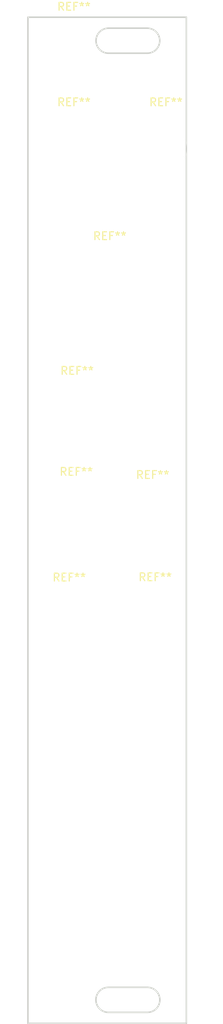
<source format=kicad_pcb>
(kicad_pcb (version 20241229) (generator "pcbnew") (generator_version "9.0")
  (layers (0 "F.Cu" signal) (2 "B.Cu" signal) (13 "F.Paste" user) (15 "B.Paste" user) (5 "F.SilkS" user "F.Silkscreen") (7 "B.SilkS" user "B.Silkscreen") (1 "F.Mask" user) (3 "B.Mask" user) (25 "Edge.Cuts" user))
  (net 0 "")
  (footprint "MountingHole:MountingHole_3.7mm" (layer "F.Cu") (at 166 94.6)
    (property "Reference" "REF**" (at 0 -4.65 0) (layer "F.SilkS"))
    (property "Value" "MountingHole_3.7mm")
    (pad "" np_thru_hole circle (at 0 0) (size 3.7 3.7) (drill 3.7) (layers "*.Cu" "*.Mask"))
  )
  (footprint "drichert:MountingHole_7.2mm" (layer "F.Cu") (at 160.5 65.4)
    (property "Reference" "REF**" (at 0 -5.95 0) (layer "F.SilkS"))
    (property "Value" "MountingHole_7.2mm")
    (pad "" np_thru_hole circle (at 0 0) (size 5 5) (drill 7.2) (layers "*.Cu" "*.Mask"))
  )
  (footprint "MountingHole:MountingHole_5mm" (layer "F.Cu") (at 155.9 48.3)
    (property "Reference" "REF**" (at 0 -5.95 0) (layer "F.SilkS"))
    (property "Value" "MountingHole_5mm")
    (pad "" np_thru_hole circle (at 0 0) (size 5 5) (drill 5) (layers "*.Cu" "*.Mask"))
  )
  (footprint "MountingHole:MountingHole_3.7mm" (layer "F.Cu") (at 155.3 107.7)
    (property "Reference" "REF**" (at 0 -4.65 0) (layer "F.SilkS"))
    (property "Value" "MountingHole_3.7mm")
    (pad "" np_thru_hole circle (at 0 0) (size 3.7 3.7) (drill 3.7) (layers "*.Cu" "*.Mask"))
  )
  (footprint "MountingHole:MountingHole_3.7mm" (layer "F.Cu") (at 156.2 94.2)
    (property "Reference" "REF**" (at 0 -4.65 0) (layer "F.SilkS"))
    (property "Value" "MountingHole_3.7mm")
    (pad "" np_thru_hole circle (at 0 0) (size 3.7 3.7) (drill 3.7) (layers "*.Cu" "*.Mask"))
  )
  (footprint "MountingHole:MountingHole_3.7mm" (layer "F.Cu") (at 156.3 81.3)
    (property "Reference" "REF**" (at 0 -4.65 0) (layer "F.SilkS"))
    (property "Value" "MountingHole_3.7mm")
    (pad "" np_thru_hole circle (at 0 0) (size 3.7 3.7) (drill 3.7) (layers "*.Cu" "*.Mask"))
  )
  (footprint "MountingHole:MountingHole_3.7mm" (layer "F.Cu") (at 166.320416 107.661083)
    (property "Reference" "REF**" (at 0 -4.65 0) (layer "F.SilkS"))
    (property "Value" "MountingHole_3.7mm")
    (pad "" np_thru_hole circle (at 0 0) (size 3.7 3.7) (drill 3.7) (layers "*.Cu" "*.Mask"))
  )
  (footprint "MountingHole:MountingHole_5mm" (layer "F.Cu") (at 167.7 48.3)
    (property "Reference" "REF**" (at 0 -5.95 0) (layer "F.SilkS"))
    (property "Value" "MountingHole_5mm")
    (pad "" np_thru_hole circle (at 0 0) (size 5 5) (drill 5) (layers "*.Cu" "*.Mask"))
  )
  (footprint "MountingHole:MountingHole_3.2mm_M3" (layer "F.Cu") (at 155.9 34.3)
    (property "Reference" "REF**" (at 0 -4.15 0) (layer "F.SilkS"))
    (property "Value" "MountingHole_3.2mm_M3")
    (pad "" np_thru_hole circle (at 0 0) (size 3.2 3.2) (drill 3.2) (layers "*.Cu" "*.Mask"))
  )
  (gr_arc (start 160.32 158.6) (mid 158.72 157) (end 160.32 155.4) (stroke (width 0.2)) (layer "Edge.Cuts"))
  (gr_line (start 170.32 31.5) (end 150 31.5) (stroke (width 0.2)) (layer "Edge.Cuts"))
  (gr_line (start 160.32 158.6) (end 165.32 158.6) (stroke (width 0.2)) (layer "Edge.Cuts"))
  (gr_line (start 150 160) (end 170.32 160) (stroke (width 0.2)) (layer "Edge.Cuts"))
  (gr_arc (start 165.32 155.4) (mid 166.92 157) (end 165.32 158.6) (stroke (width 0.2)) (layer "Edge.Cuts"))
  (gr_line (start 160.32 155.4) (end 165.32 155.4) (stroke (width 0.2)) (layer "Edge.Cuts"))
  (gr_line (start 160.32 32.9) (end 165.32 32.9) (stroke (width 0.2)) (layer "Edge.Cuts"))
  (gr_line (start 160.32 36.1) (end 165.32 36.1) (stroke (width 0.2)) (layer "Edge.Cuts"))
  (gr_arc (start 160.32 36.1) (mid 158.72 34.5) (end 160.32 32.9) (stroke (width 0.2)) (layer "Edge.Cuts"))
  (gr_line (start 170.32 160) (end 170.32 31.5) (stroke (width 0.2)) (layer "Edge.Cuts"))
  (gr_arc (start 165.32 32.9) (mid 166.92 34.5) (end 165.32 36.1) (stroke (width 0.2)) (layer "Edge.Cuts"))
  (gr_line (start 150 31.5) (end 150 160) (stroke (width 0.2)) (layer "Edge.Cuts"))
)
</source>
